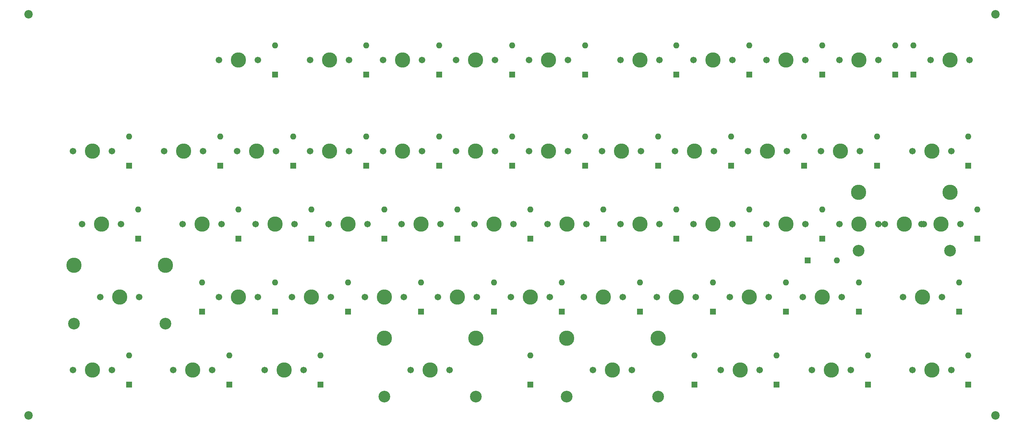
<source format=gbr>
%TF.GenerationSoftware,KiCad,Pcbnew,7.0.8+dfsg-1*%
%TF.CreationDate,2023-11-03T17:26:10+01:00*%
%TF.ProjectId,plopplop-rounded,706c6f70-706c-46f7-902d-726f756e6465,rev?*%
%TF.SameCoordinates,PXfbec30PY8198450*%
%TF.FileFunction,Soldermask,Top*%
%TF.FilePolarity,Negative*%
%FSLAX46Y46*%
G04 Gerber Fmt 4.6, Leading zero omitted, Abs format (unit mm)*
G04 Created by KiCad (PCBNEW 7.0.8+dfsg-1) date 2023-11-03 17:26:10*
%MOMM*%
%LPD*%
G01*
G04 APERTURE LIST*
%ADD10C,3.987800*%
%ADD11C,3.048000*%
%ADD12C,1.701800*%
%ADD13C,2.200000*%
%ADD14O,1.600000X1.600000*%
%ADD15R,1.600000X1.600000*%
G04 APERTURE END LIST*
D10*
%TO.C,MX34-1*%
X245459250Y63182500D03*
X221583250Y63182500D03*
D11*
X245459250Y47942500D03*
X221583250Y47942500D03*
D12*
X238601250Y54927500D03*
X228441250Y54927500D03*
D10*
X233521250Y54927500D03*
%TD*%
D13*
%TO.C,REF\u002A\u002A*%
X257333750Y4921250D03*
%TD*%
%TO.C,REF\u002A\u002A*%
X4921250Y4921250D03*
%TD*%
%TO.C,REF\u002A\u002A*%
X257333750Y109696250D03*
%TD*%
%TO.C,REF\u002A\u002A*%
X4921250Y109696250D03*
%TD*%
D12*
%TO.C,MX53*%
X245745000Y16827500D03*
X235585000Y16827500D03*
D10*
X240665000Y16827500D03*
%TD*%
D12*
%TO.C,MX52*%
X219551250Y16827500D03*
X209391250Y16827500D03*
D10*
X214471250Y16827500D03*
%TD*%
D12*
%TO.C,MX51*%
X195738750Y16827500D03*
X185578750Y16827500D03*
D10*
X190658750Y16827500D03*
%TD*%
%TO.C,MX50*%
X169259250Y25082500D03*
X145383250Y25082500D03*
D11*
X169259250Y9842500D03*
X145383250Y9842500D03*
D12*
X162401250Y16827500D03*
X152241250Y16827500D03*
D10*
X157321250Y16827500D03*
%TD*%
%TO.C,MX49*%
X121634250Y25082500D03*
X97758250Y25082500D03*
D11*
X121634250Y9842500D03*
X97758250Y9842500D03*
D12*
X114776250Y16827500D03*
X104616250Y16827500D03*
D10*
X109696250Y16827500D03*
%TD*%
D12*
%TO.C,MX48*%
X76717500Y16827500D03*
X66557500Y16827500D03*
D10*
X71637500Y16827500D03*
%TD*%
D12*
%TO.C,MX47*%
X52863750Y16827500D03*
X42703750Y16827500D03*
D10*
X47783750Y16827500D03*
%TD*%
D12*
%TO.C,MX46*%
X26670000Y16827500D03*
X16510000Y16827500D03*
D10*
X21590000Y16827500D03*
%TD*%
D14*
%TO.C,D53*%
X250190000Y20637500D03*
D15*
X250190000Y13017500D03*
%TD*%
D14*
%TO.C,D52*%
X223996250Y20637500D03*
D15*
X223996250Y13017500D03*
%TD*%
D14*
%TO.C,D51*%
X200183750Y20637500D03*
D15*
X200183750Y13017500D03*
%TD*%
D14*
%TO.C,D50*%
X178752500Y20637500D03*
D15*
X178752500Y13017500D03*
%TD*%
D14*
%TO.C,D49*%
X135890000Y20637500D03*
D15*
X135890000Y13017500D03*
%TD*%
D14*
%TO.C,D48*%
X81121250Y20637500D03*
D15*
X81121250Y13017500D03*
%TD*%
D14*
%TO.C,D47*%
X57308750Y20637500D03*
D15*
X57308750Y13017500D03*
%TD*%
D14*
%TO.C,D46*%
X31115000Y20637500D03*
D15*
X31115000Y13017500D03*
%TD*%
D12*
%TO.C,MX45*%
X243363750Y35877500D03*
X233203750Y35877500D03*
D10*
X238283750Y35877500D03*
%TD*%
D12*
%TO.C,MX44*%
X217170000Y35877500D03*
X207010000Y35877500D03*
D10*
X212090000Y35877500D03*
%TD*%
D12*
%TO.C,MX43*%
X198120000Y35877500D03*
X187960000Y35877500D03*
D10*
X193040000Y35877500D03*
%TD*%
D12*
%TO.C,MX42*%
X179070000Y35877500D03*
X168910000Y35877500D03*
D10*
X173990000Y35877500D03*
%TD*%
D12*
%TO.C,MX41*%
X160020000Y35877500D03*
X149860000Y35877500D03*
D10*
X154940000Y35877500D03*
%TD*%
D12*
%TO.C,MX40*%
X140970000Y35877500D03*
X130810000Y35877500D03*
D10*
X135890000Y35877500D03*
%TD*%
D12*
%TO.C,MX39*%
X121920000Y35877500D03*
X111760000Y35877500D03*
D10*
X116840000Y35877500D03*
%TD*%
D12*
%TO.C,MX38*%
X102870000Y35877500D03*
X92710000Y35877500D03*
D10*
X97790000Y35877500D03*
%TD*%
D12*
%TO.C,MX37*%
X83820000Y35877500D03*
X73660000Y35877500D03*
D10*
X78740000Y35877500D03*
%TD*%
D12*
%TO.C,MX36*%
X64770000Y35877500D03*
X54610000Y35877500D03*
D10*
X59690000Y35877500D03*
%TD*%
%TO.C,MX35*%
X40671750Y44132500D03*
X16795750Y44132500D03*
D11*
X40671750Y28892500D03*
X16795750Y28892500D03*
D12*
X33813750Y35877500D03*
X23653750Y35877500D03*
D10*
X28733750Y35877500D03*
%TD*%
D14*
%TO.C,D45*%
X247808750Y39687500D03*
D15*
X247808750Y32067500D03*
%TD*%
D14*
%TO.C,D44*%
X221615000Y39687500D03*
D15*
X221615000Y32067500D03*
%TD*%
D14*
%TO.C,D43*%
X202565000Y39687500D03*
D15*
X202565000Y32067500D03*
%TD*%
D14*
%TO.C,D42*%
X183515000Y39687500D03*
D15*
X183515000Y32067500D03*
%TD*%
D14*
%TO.C,D41*%
X164465000Y39687500D03*
D15*
X164465000Y32067500D03*
%TD*%
D14*
%TO.C,D40*%
X144115000Y39687500D03*
D15*
X144115000Y32067500D03*
%TD*%
D14*
%TO.C,D39*%
X126365000Y39687500D03*
D15*
X126365000Y32067500D03*
%TD*%
D14*
%TO.C,D38*%
X107315000Y39687500D03*
D15*
X107315000Y32067500D03*
%TD*%
D14*
%TO.C,D37*%
X88265000Y39687500D03*
D15*
X88265000Y32067500D03*
%TD*%
D14*
%TO.C,D36*%
X69215000Y39687500D03*
D15*
X69215000Y32067500D03*
%TD*%
D14*
%TO.C,D35*%
X50165000Y39687500D03*
D15*
X50165000Y32067500D03*
%TD*%
D12*
%TO.C,MX34*%
X248126250Y54927500D03*
X237966250Y54927500D03*
D10*
X243046250Y54927500D03*
%TD*%
D12*
%TO.C,MX33*%
X226695000Y54927500D03*
X216535000Y54927500D03*
D10*
X221615000Y54927500D03*
%TD*%
D12*
%TO.C,MX32*%
X207645000Y54927500D03*
X197485000Y54927500D03*
D10*
X202565000Y54927500D03*
%TD*%
D12*
%TO.C,MX31*%
X188595000Y54927500D03*
X178435000Y54927500D03*
D10*
X183515000Y54927500D03*
%TD*%
D12*
%TO.C,MX30*%
X169545000Y54927500D03*
X159385000Y54927500D03*
D10*
X164465000Y54927500D03*
%TD*%
D12*
%TO.C,MX29*%
X150495000Y54927500D03*
X140335000Y54927500D03*
D10*
X145415000Y54927500D03*
%TD*%
D12*
%TO.C,MX28*%
X131445000Y54927500D03*
X121285000Y54927500D03*
D10*
X126365000Y54927500D03*
%TD*%
D12*
%TO.C,MX27*%
X112395000Y54927500D03*
X102235000Y54927500D03*
D10*
X107315000Y54927500D03*
%TD*%
D12*
%TO.C,MX26*%
X93345000Y54927500D03*
X83185000Y54927500D03*
D10*
X88265000Y54927500D03*
%TD*%
D12*
%TO.C,MX25*%
X74295000Y54927500D03*
X64135000Y54927500D03*
D10*
X69215000Y54927500D03*
%TD*%
D12*
%TO.C,MX24*%
X55245000Y54927500D03*
X45085000Y54927500D03*
D10*
X50165000Y54927500D03*
%TD*%
D12*
%TO.C,MX23*%
X29051250Y54927500D03*
X18891250Y54927500D03*
D10*
X23971250Y54927500D03*
%TD*%
D14*
%TO.C,D34*%
X252571250Y58737500D03*
D15*
X252571250Y51117500D03*
%TD*%
D14*
%TO.C,D33*%
X215900000Y45402500D03*
D15*
X208280000Y45402500D03*
%TD*%
D14*
%TO.C,D32*%
X212090000Y58737500D03*
D15*
X212090000Y51117500D03*
%TD*%
D14*
%TO.C,D31*%
X193040000Y58737500D03*
D15*
X193040000Y51117500D03*
%TD*%
D14*
%TO.C,D30*%
X173990000Y58737500D03*
D15*
X173990000Y51117500D03*
%TD*%
D14*
%TO.C,D29*%
X154940000Y58737500D03*
D15*
X154940000Y51117500D03*
%TD*%
D14*
%TO.C,D28*%
X135890000Y58737500D03*
D15*
X135890000Y51117500D03*
%TD*%
D14*
%TO.C,D27*%
X116840000Y58737500D03*
D15*
X116840000Y51117500D03*
%TD*%
D14*
%TO.C,D26*%
X97790000Y58737500D03*
D15*
X97790000Y51117500D03*
%TD*%
D14*
%TO.C,D25*%
X78740000Y58737500D03*
D15*
X78740000Y51117500D03*
%TD*%
D14*
%TO.C,D24*%
X59690000Y58737500D03*
D15*
X59690000Y51117500D03*
%TD*%
D14*
%TO.C,D23*%
X33496250Y58737500D03*
D15*
X33496250Y51117500D03*
%TD*%
D12*
%TO.C,MX22*%
X245745000Y73977500D03*
X235585000Y73977500D03*
D10*
X240665000Y73977500D03*
%TD*%
D12*
%TO.C,MX21*%
X221932500Y73977500D03*
X211772500Y73977500D03*
D10*
X216852500Y73977500D03*
%TD*%
D12*
%TO.C,MX20*%
X202882500Y73977500D03*
X192722500Y73977500D03*
D10*
X197802500Y73977500D03*
%TD*%
D12*
%TO.C,MX19*%
X183832500Y73977500D03*
X173672500Y73977500D03*
D10*
X178752500Y73977500D03*
%TD*%
D14*
%TO.C,D22*%
X250190000Y77787500D03*
D15*
X250190000Y70167500D03*
%TD*%
D14*
%TO.C,D21*%
X226377500Y77787500D03*
D15*
X226377500Y70167500D03*
%TD*%
D14*
%TO.C,D20*%
X207327500Y77787500D03*
D15*
X207327500Y70167500D03*
%TD*%
D14*
%TO.C,D19*%
X188277500Y77787500D03*
D15*
X188277500Y70167500D03*
%TD*%
D12*
%TO.C,MX18*%
X164782500Y73977500D03*
X154622500Y73977500D03*
D10*
X159702500Y73977500D03*
%TD*%
D12*
%TO.C,MX17*%
X145732500Y73977500D03*
X135572500Y73977500D03*
D10*
X140652500Y73977500D03*
%TD*%
D12*
%TO.C,MX16*%
X126682500Y73977500D03*
X116522500Y73977500D03*
D10*
X121602500Y73977500D03*
%TD*%
D12*
%TO.C,MX15*%
X107632500Y73977500D03*
X97472500Y73977500D03*
D10*
X102552500Y73977500D03*
%TD*%
D12*
%TO.C,MX14*%
X88582500Y73977500D03*
X78422500Y73977500D03*
D10*
X83502500Y73977500D03*
%TD*%
D12*
%TO.C,MX13*%
X69532500Y73977500D03*
X59372500Y73977500D03*
D10*
X64452500Y73977500D03*
%TD*%
D12*
%TO.C,MX12*%
X50482500Y73977500D03*
X40322500Y73977500D03*
D10*
X45402500Y73977500D03*
%TD*%
D12*
%TO.C,MX11*%
X26670000Y73977500D03*
X16510000Y73977500D03*
D10*
X21590000Y73977500D03*
%TD*%
D14*
%TO.C,D18*%
X169227500Y77787500D03*
D15*
X169227500Y70167500D03*
%TD*%
D14*
%TO.C,D17*%
X150177500Y77787500D03*
D15*
X150177500Y70167500D03*
%TD*%
D14*
%TO.C,D16*%
X131127500Y77787500D03*
D15*
X131127500Y70167500D03*
%TD*%
D14*
%TO.C,D15*%
X112077500Y77787500D03*
D15*
X112077500Y70167500D03*
%TD*%
D14*
%TO.C,D14*%
X93027500Y77787500D03*
D15*
X93027500Y70167500D03*
%TD*%
D14*
%TO.C,D13*%
X73977500Y77787500D03*
D15*
X73977500Y70167500D03*
%TD*%
D14*
%TO.C,D12*%
X54927500Y77787500D03*
D15*
X54927500Y70167500D03*
%TD*%
D14*
%TO.C,D11*%
X31115000Y77787500D03*
D15*
X31115000Y70167500D03*
%TD*%
D12*
%TO.C,MX10*%
X250507500Y97790000D03*
X240347500Y97790000D03*
D10*
X245427500Y97790000D03*
%TD*%
D12*
%TO.C,MX9*%
X226695000Y97790000D03*
X216535000Y97790000D03*
D10*
X221615000Y97790000D03*
%TD*%
D12*
%TO.C,MX8*%
X207645000Y97790000D03*
X197485000Y97790000D03*
D10*
X202565000Y97790000D03*
%TD*%
D12*
%TO.C,MX7*%
X188595000Y97790000D03*
X178435000Y97790000D03*
D10*
X183515000Y97790000D03*
%TD*%
D12*
%TO.C,MX6*%
X169545000Y97790000D03*
X159385000Y97790000D03*
D10*
X164465000Y97790000D03*
%TD*%
D12*
%TO.C,MX5*%
X145732500Y97790000D03*
X135572500Y97790000D03*
D10*
X140652500Y97790000D03*
%TD*%
D12*
%TO.C,MX4*%
X126682500Y97790000D03*
X116522500Y97790000D03*
D10*
X121602500Y97790000D03*
%TD*%
D12*
%TO.C,MX3*%
X107632500Y97790000D03*
X97472500Y97790000D03*
D10*
X102552500Y97790000D03*
%TD*%
D12*
%TO.C,MX1*%
X64770000Y97790000D03*
X54610000Y97790000D03*
D10*
X59690000Y97790000D03*
%TD*%
D14*
%TO.C,D10*%
X235902500Y101600000D03*
D15*
X235902500Y93980000D03*
%TD*%
D14*
%TO.C,D9*%
X231140000Y101600000D03*
D15*
X231140000Y93980000D03*
%TD*%
D14*
%TO.C,D8*%
X212090000Y101600000D03*
D15*
X212090000Y93980000D03*
%TD*%
D14*
%TO.C,D7*%
X193040000Y101600000D03*
D15*
X193040000Y93980000D03*
%TD*%
D14*
%TO.C,D6*%
X173990000Y101600000D03*
D15*
X173990000Y93980000D03*
%TD*%
D14*
%TO.C,D5*%
X150177500Y101600000D03*
D15*
X150177500Y93980000D03*
%TD*%
D14*
%TO.C,D4*%
X131127500Y101600000D03*
D15*
X131127500Y93980000D03*
%TD*%
D14*
%TO.C,D3*%
X112077500Y101600000D03*
D15*
X112077500Y93980000D03*
%TD*%
D10*
%TO.C,MX2*%
X83502500Y97790000D03*
D12*
X78422500Y97790000D03*
X88582500Y97790000D03*
%TD*%
D14*
%TO.C,D2*%
X93027500Y101600000D03*
D15*
X93027500Y93980000D03*
%TD*%
D14*
%TO.C,D1*%
X69215000Y101600000D03*
D15*
X69215000Y93980000D03*
%TD*%
M02*

</source>
